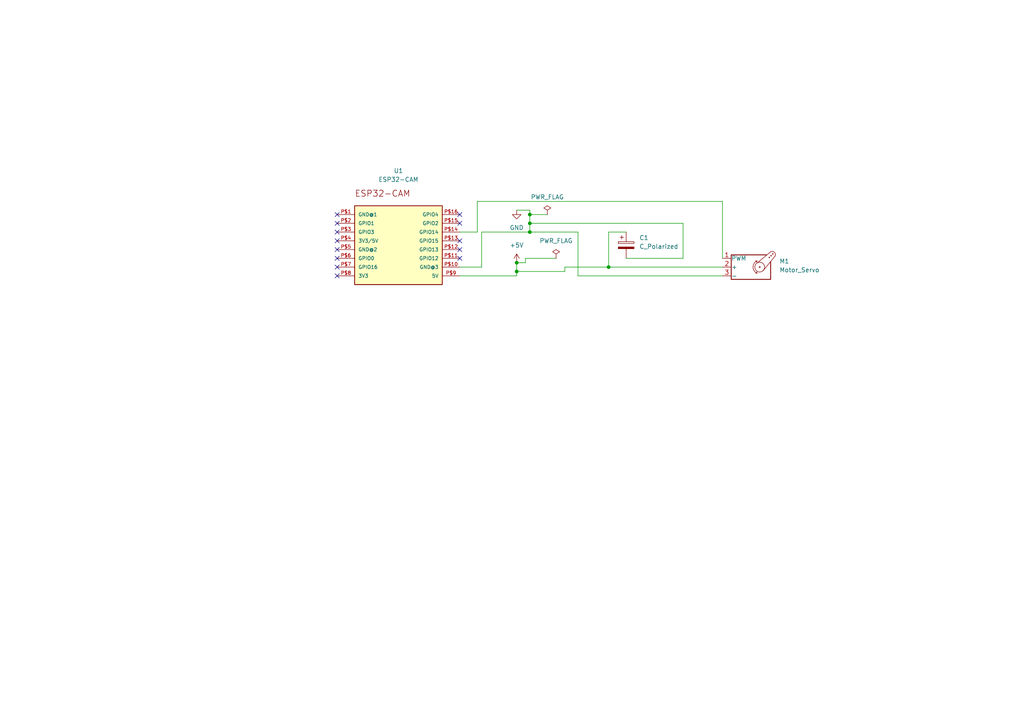
<source format=kicad_sch>
(kicad_sch (version 20250114) (generator "eeschema") (generator_version "9.0")
  (paper "A4")
  (lib_symbols
    (symbol "Device:C_Polarized" (pin_numbers (hide yes)) (pin_names (offset 0.254))
      (property "Reference" "C" (at 0.635 2.54 0))
      (property "Value" "C_Polarized" (at 0.635 -2.54 0))
      (symbol "C_Polarized_0_1"
        (rectangle (start -2.286 0.508) (end 2.286 1.016))
        (polyline (pts (xy -1.778 2.286) (xy -0.762 2.286)))
        (polyline (pts (xy -1.27 2.794) (xy -1.27 1.778)))
        (rectangle (start 2.286 -0.508) (end -2.286 -1.016) (fill (type outline)))
      )
      (symbol "C_Polarized_1_1"
        (pin passive line (at 0 3.81 270) (length 2.794) (name "~") (number "1"))
        (pin passive line (at 0 -3.81 90) (length 2.794) (name "~") (number "2"))
      )
    )
    (symbol "ESP32-CAM:ESP32-CAM" (pin_names (offset 1.016))
      (property "Reference" "U" (at 0 0 0))
      (property "Value" "ESP32-CAM" (at 0 0 0))
      (symbol "ESP32-CAM_0_0"
        (rectangle (start -12.7 -10.16) (end 12.7 12.7) (stroke (width 0.254)) (fill (type background)))
        (text "ESP32-CAM" (at -12.7 15.24 0) (effects (font (size 1.778 1.778)) (justify left bottom)))
        (pin bidirectional line (at -17.78 10.16 0) (length 5.08) (name "GND@1") (number "P$1"))
        (pin bidirectional line (at -17.78 7.62 0) (length 5.08) (name "GPIO1") (number "P$2"))
        (pin bidirectional line (at -17.78 5.08 0) (length 5.08) (name "GPIO3") (number "P$3"))
        (pin bidirectional line (at -17.78 2.54 0) (length 5.08) (name "3V3/5V") (number "P$4"))
        (pin bidirectional line (at -17.78 0 0) (length 5.08) (name "GND@2") (number "P$5"))
        (pin bidirectional line (at -17.78 -2.54 0) (length 5.08) (name "GPIO0") (number "P$6"))
        (pin bidirectional line (at -17.78 -5.08 0) (length 5.08) (name "GPIO16") (number "P$7"))
        (pin bidirectional line (at -17.78 -7.62 0) (length 5.08) (name "3V3") (number "P$8"))
        (pin bidirectional line (at 17.78 10.16 180) (length 5.08) (name "GPIO4") (number "P$16"))
        (pin bidirectional line (at 17.78 7.62 180) (length 5.08) (name "GPIO2") (number "P$15"))
        (pin bidirectional line (at 17.78 5.08 180) (length 5.08) (name "GPIO14") (number "P$14"))
        (pin bidirectional line (at 17.78 2.54 180) (length 5.08) (name "GPIO15") (number "P$13"))
        (pin bidirectional line (at 17.78 0 180) (length 5.08) (name "GPIO13") (number "P$12"))
        (pin bidirectional line (at 17.78 -2.54 180) (length 5.08) (name "GPIO12") (number "P$11"))
        (pin bidirectional line (at 17.78 -5.08 180) (length 5.08) (name "GND@3") (number "P$10"))
        (pin bidirectional line (at 17.78 -7.62 180) (length 5.08) (name "5V") (number "P$9"))
      )
    )
    (symbol "Motor:Motor_Servo" (pin_names (offset 0.0254))
      (property "Reference" "M" (at -5.08 4.445 0))
      (property "Value" "Motor_Servo" (at -5.08 -4.064 0))
      (symbol "Motor_Servo_0_1"
        (polyline (pts (xy 2.413 1.778) (xy 1.905 1.778)))
        (polyline (pts (xy 2.413 1.778) (xy 2.286 1.397)))
        (polyline (pts (xy 2.413 -1.778) (xy 2.032 -1.778)))
        (polyline (pts (xy 2.413 -1.778) (xy 2.286 -1.397)))
        (arc (start 2.413 -1.778) (mid 1.2406 0) (end 2.413 1.778))
        (circle (center 3.175 0) (radius 0.1778))
        (circle (center 3.175 0) (radius 1.4224))
        (polyline (pts (xy 5.08 3.556) (xy -5.08 3.556) (xy -5.08 -3.556) (xy 6.35 -3.556) (xy 6.35 1.524)) (stroke (width 0.254)))
        (circle (center 5.969 2.794) (radius 0.127))
        (polyline (pts (xy 6.35 4.445) (xy 2.54 1.27)))
        (circle (center 6.477 3.302) (radius 0.127))
        (arc (start 6.35 4.445) (mid 7.4487 4.2737) (end 7.62 3.175))
        (circle (center 6.985 3.81) (radius 0.127))
        (polyline (pts (xy 7.62 3.175) (xy 4.191 -1.016)))
      )
      (symbol "Motor_Servo_1_1"
        (pin passive line (at -7.62 2.54 0) (length 2.54) (name "PWM") (number "1"))
        (pin passive line (at -7.62 0 0) (length 2.54) (name "+") (number "2"))
        (pin passive line (at -7.62 -2.54 0) (length 2.54) (name "-") (number "3"))
      )
    )
    (symbol "power:+5V" (power) (pin_numbers (hide yes)) (pin_names (offset 0) (hide yes))
      (property "Value" "+5V" (at 0 3.556 0))
      (symbol "+5V_0_1"
        (polyline (pts (xy -0.762 1.27) (xy 0 2.54)))
        (polyline (pts (xy 0 2.54) (xy 0.762 1.27)))
        (polyline (pts (xy 0 0) (xy 0 2.54)))
      )
      (symbol "+5V_1_1"
        (pin power_in line (at 0 0 90) (length 0) (name "~") (number "1"))
      )
    )
    (symbol "power:GND" (power) (pin_numbers (hide yes)) (pin_names (offset 0) (hide yes))
      (property "Value" "GND" (at 0 -3.81 0))
      (symbol "GND_0_1"
        (polyline (pts (xy 0 0) (xy 0 -1.27) (xy 1.27 -1.27) (xy 0 -2.54) (xy -1.27 -1.27) (xy 0 -1.27)))
      )
      (symbol "GND_1_1"
        (pin power_in line (at 0 0 270) (length 0) (name "~") (number "1"))
      )
    )
    (symbol "power:PWR_FLAG" (power) (pin_numbers (hide yes)) (pin_names (offset 0) (hide yes))
      (property "Value" "PWR_FLAG" (at 0 3.81 0))
      (symbol "PWR_FLAG_0_0"
        (pin power_out line (at 0 0 90) (length 0) (name "~") (number "1"))
      )
      (symbol "PWR_FLAG_0_1"
        (polyline (pts (xy 0 0) (xy 0 1.27) (xy -1.016 1.905) (xy 0 2.54) (xy 1.016 1.905) (xy 0 1.27)))
      )
    )
  )
  (junction (at 149.86 76.2))
  (junction (at 153.67 64.77))
  (junction (at 153.67 62.23))
  (junction (at 176.53 77.47))
  (junction (at 153.67 67.31))
  (junction (at 149.86 78.74))
  (no_connect (at 97.79 80.01))
  (no_connect (at 133.35 72.39))
  (no_connect (at 97.79 62.23))
  (no_connect (at 133.35 62.23))
  (no_connect (at 133.35 69.85))
  (no_connect (at 97.79 72.39))
  (no_connect (at 97.79 77.47))
  (no_connect (at 97.79 67.31))
  (no_connect (at 97.79 74.93))
  (no_connect (at 97.79 64.77))
  (no_connect (at 133.35 74.93))
  (no_connect (at 133.35 64.77))
  (no_connect (at 97.79 69.85))
  (wire (pts (xy 163.83 78.74) (xy 149.86 78.74)))
  (wire (pts (xy 167.64 67.31) (xy 153.67 67.31)))
  (wire (pts (xy 149.86 60.96) (xy 153.67 60.96)))
  (wire (pts (xy 149.86 78.74) (xy 149.86 80.01)))
  (wire (pts (xy 153.67 62.23) (xy 153.67 64.77)))
  (wire (pts (xy 176.53 77.47) (xy 209.55 77.47)))
  (wire (pts (xy 209.55 58.42) (xy 138.43 58.42)))
  (wire (pts (xy 149.86 76.2) (xy 149.86 78.74)))
  (wire (pts (xy 139.7 67.31) (xy 153.67 67.31)))
  (wire (pts (xy 152.4 74.93) (xy 152.4 76.2)))
  (wire (pts (xy 138.43 58.42) (xy 138.43 67.31)))
  (wire (pts (xy 133.35 80.01) (xy 149.86 80.01)))
  (wire (pts (xy 133.35 77.47) (xy 139.7 77.47)))
  (wire (pts (xy 153.67 64.77) (xy 198.12 64.77)))
  (wire (pts (xy 209.55 74.93) (xy 209.55 58.42)))
  (wire (pts (xy 163.83 77.47) (xy 163.83 78.74)))
  (wire (pts (xy 167.64 80.01) (xy 167.64 67.31)))
  (wire (pts (xy 176.53 67.31) (xy 176.53 77.47)))
  (wire (pts (xy 198.12 74.93) (xy 198.12 64.77)))
  (wire (pts (xy 181.61 67.31) (xy 176.53 67.31)))
  (wire (pts (xy 139.7 77.47) (xy 139.7 67.31)))
  (wire (pts (xy 161.29 74.93) (xy 152.4 74.93)))
  (wire (pts (xy 163.83 77.47) (xy 176.53 77.47)))
  (wire (pts (xy 181.61 74.93) (xy 198.12 74.93)))
  (wire (pts (xy 153.67 60.96) (xy 153.67 62.23)))
  (wire (pts (xy 152.4 76.2) (xy 149.86 76.2)))
  (wire (pts (xy 153.67 64.77) (xy 153.67 67.31)))
  (wire (pts (xy 138.43 67.31) (xy 133.35 67.31)))
  (wire (pts (xy 153.67 62.23) (xy 158.75 62.23)))
  (wire (pts (xy 209.55 80.01) (xy 167.64 80.01)))
  (symbol (lib_id "Device:C_Polarized") (at 181.61 71.12 0) (unit 1)
    (property "Reference" "C1" (at 185.42 68.9609 0) (effects (justify left)))
    (property "Value" "C_Polarized" (at 185.42 71.5009 0) (effects (justify left)))
    (property "Description" "Polarized capacitor" (effects (hide yes)))
  )
  (symbol (lib_id "ESP32-CAM:ESP32-CAM") (at 115.57 72.39 0) (unit 1)
    (property "Reference" "U1" (at 115.57 49.53 0))
    (property "Value" "ESP32-CAM" (at 115.57 52.07 0))
    (property "Footprint" "ESP32-CAM:ESP32-CAM" (effects (hide yes)))
    (property "MF" "AI-Thinker" (effects (hide yes)))
    (property "Description_1" "ESP32 ESP32 Transceiver; 802.11 a/b/g/n (Wi-Fi, WiFi, WLAN), Bluetooth® Smart 4.x Low Energy (BLE) Evaluation Board" (effects (hide yes)))
    (property "Package" "None" (effects (hide yes)))
    (property "Price" "None" (effects (hide yes)))
    (property "SnapEDA_Link" "https://www.snapeda.com/parts/ESP32-CAM/AI-Thinker/view-part/?ref=snap" (effects (hide yes)))
    (property "MP" "ESP32-CAM" (effects (hide yes)))
    (property "Availability" "Not in stock" (effects (hide yes)))
    (property "Check_prices" "https://www.snapeda.com/parts/ESP32-CAM/AI-Thinker/view-part/?ref=eda" (effects (hide yes)))
  )
  (symbol (lib_id "power:+5V") (at 149.86 76.2 0) (unit 1)
    (property "Reference" "#PWR01" (effects (hide yes)))
    (property "Value" "+5V" (at 149.86 71.12 0))
    (property "Description" "Power symbol creates a global label with name \"+5V\"" (effects (hide yes)))
  )
  (symbol (lib_id "Motor:Motor_Servo") (at 217.17 77.47 0) (unit 1)
    (property "Reference" "M1" (at 226.06 75.7668 0) (effects (justify left)))
    (property "Value" "Motor_Servo" (at 226.06 78.3068 0) (effects (justify left)))
    (property "Datasheet" "http://forums.parallax.com/uploads/attachments/46831/74481.png" (effects (hide yes)))
    (property "Description" "Servo Motor (Futaba, HiTec, JR connector)" (effects (hide yes)))
  )
  (symbol (lib_id "power:PWR_FLAG") (at 158.75 62.23 0) (unit 1)
    (property "Reference" "#FLG02" (effects (hide yes)))
    (property "Value" "PWR_FLAG" (at 158.75 57.15 0))
    (property "Description" "Special symbol for telling ERC where power comes from" (effects (hide yes)))
  )
  (symbol (lib_id "power:PWR_FLAG") (at 161.29 74.93 0) (unit 1)
    (property "Reference" "#FLG01" (effects (hide yes)))
    (property "Value" "PWR_FLAG" (at 161.29 69.85 0))
    (property "Description" "Special symbol for telling ERC where power comes from" (effects (hide yes)))
  )
  (symbol (lib_id "power:GND") (at 149.86 60.96 0) (unit 1)
    (property "Reference" "#PWR02" (effects (hide yes)))
    (property "Value" "GND" (at 149.86 66.04 0))
    (property "Description" "Power symbol creates a global label with name \"GND\" , ground" (effects (hide yes)))
  )
)
</source>
